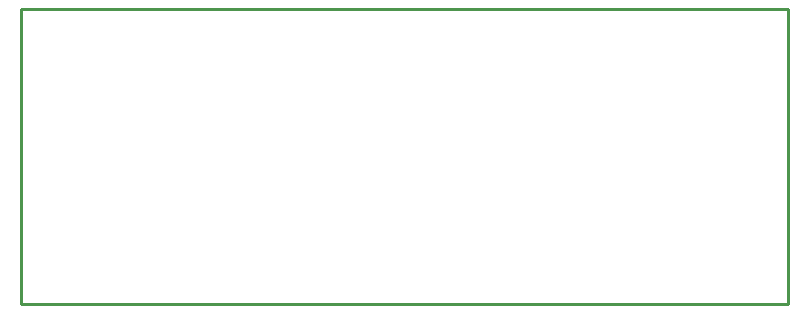
<source format=gbr>
G04 #@! TF.GenerationSoftware,KiCad,Pcbnew,5.1.0-rc2-unknown-036be7d~80~ubuntu16.04.1*
G04 #@! TF.CreationDate,2023-05-24T11:50:46+03:00*
G04 #@! TF.ProjectId,RPI-UEXT-MPQ_Rev_A,5250492d-5545-4585-942d-4d50515f5265,A*
G04 #@! TF.SameCoordinates,Original*
G04 #@! TF.FileFunction,Profile,NP*
%FSLAX46Y46*%
G04 Gerber Fmt 4.6, Leading zero omitted, Abs format (unit mm)*
G04 Created by KiCad (PCBNEW 5.1.0-rc2-unknown-036be7d~80~ubuntu16.04.1) date 2023-05-24 11:50:46*
%MOMM*%
%LPD*%
G04 APERTURE LIST*
%ADD10C,0.254000*%
G04 APERTURE END LIST*
D10*
X162500000Y-78500000D02*
X97500000Y-78500000D01*
X162500000Y-53500000D02*
X162500000Y-78500000D01*
X97500000Y-53500000D02*
X97500000Y-78500000D01*
X162500000Y-53500000D02*
X97500000Y-53500000D01*
M02*

</source>
